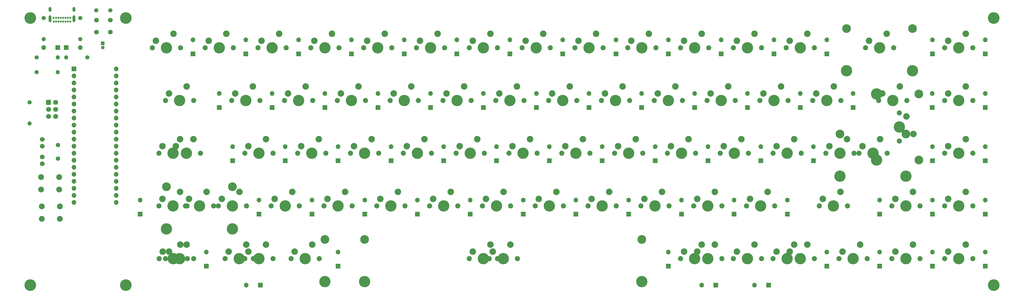
<source format=gbs>
%TF.GenerationSoftware,KiCad,Pcbnew,(5.1.8-0-10_14)*%
%TF.CreationDate,2020-12-18T20:02:30+00:00*%
%TF.ProjectId,Draytronics Jade,44726179-7472-46f6-9e69-6373204a6164,rev?*%
%TF.SameCoordinates,Original*%
%TF.FileFunction,Soldermask,Bot*%
%TF.FilePolarity,Negative*%
%FSLAX46Y46*%
G04 Gerber Fmt 4.6, Leading zero omitted, Abs format (unit mm)*
G04 Created by KiCad (PCBNEW (5.1.8-0-10_14)) date 2020-12-18 20:02:30*
%MOMM*%
%LPD*%
G01*
G04 APERTURE LIST*
%ADD10C,4.200000*%
%ADD11C,2.350000*%
%ADD12C,4.087800*%
%ADD13C,1.850000*%
%ADD14C,3.148000*%
%ADD15C,1.600000*%
%ADD16C,0.750000*%
%ADD17O,1.000000X2.500000*%
%ADD18O,1.000000X1.800000*%
%ADD19O,1.700000X1.700000*%
%ADD20C,2.100000*%
%ADD21O,1.500000X1.500000*%
%ADD22C,1.500000*%
%ADD23C,1.800000*%
%ADD24C,1.700000*%
%ADD25C,1.300000*%
G04 APERTURE END LIST*
D10*
%TO.C,*%
X378000000Y-121920000D03*
%TD*%
%TO.C,*%
X378000000Y-25400000D03*
%TD*%
%TO.C,*%
X65000000Y-121920000D03*
%TD*%
%TO.C,*%
X65000000Y-25400000D03*
%TD*%
%TO.C,*%
X30480000Y-121920000D03*
%TD*%
%TO.C,*%
X30480000Y-25400000D03*
%TD*%
D11*
%TO.C,MX68*%
X339344000Y-31115000D03*
D12*
X336804000Y-36195000D03*
D11*
X332994000Y-33655000D03*
D13*
X331724000Y-36195000D03*
X341884000Y-36195000D03*
D14*
X324897750Y-29210000D03*
X348710250Y-29210000D03*
D12*
X324897750Y-44450000D03*
X348710250Y-44450000D03*
%TD*%
D11*
%TO.C,MX13*%
X108394500Y-107315000D03*
D12*
X105854500Y-112395000D03*
D11*
X102044500Y-109855000D03*
D13*
X100774500Y-112395000D03*
X110934500Y-112395000D03*
%TD*%
D15*
%TO.C,Y1*%
X40513000Y-71320000D03*
X40513000Y-76200000D03*
%TD*%
D16*
%TO.C,USB1*%
X43185000Y-26674000D03*
X44885000Y-26674000D03*
X44035000Y-26674000D03*
X42335000Y-26674000D03*
X41485000Y-26674000D03*
X40635000Y-26674000D03*
X39785000Y-26674000D03*
X38935000Y-26674000D03*
X44885000Y-25349000D03*
X44030000Y-25349000D03*
X43180000Y-25349000D03*
X42330000Y-25349000D03*
X41480000Y-25349000D03*
X40630000Y-25349000D03*
X39780000Y-25349000D03*
X38930000Y-25349000D03*
D17*
X46235000Y-25694000D03*
X37585000Y-25694000D03*
D18*
X46235000Y-22314000D03*
X37585000Y-22314000D03*
%TD*%
D19*
%TO.C,U1*%
X61468000Y-43815000D03*
X46228000Y-92075000D03*
X61468000Y-46355000D03*
X46228000Y-89535000D03*
X61468000Y-48895000D03*
X46228000Y-86995000D03*
X61468000Y-51435000D03*
X46228000Y-84455000D03*
X61468000Y-53975000D03*
X46228000Y-81915000D03*
X61468000Y-56515000D03*
X46228000Y-79375000D03*
X61468000Y-59055000D03*
X46228000Y-76835000D03*
X61468000Y-61595000D03*
X46228000Y-74295000D03*
X61468000Y-64135000D03*
X46228000Y-71755000D03*
X61468000Y-66675000D03*
X46228000Y-69215000D03*
X61468000Y-69215000D03*
X46228000Y-66675000D03*
X61468000Y-71755000D03*
X46228000Y-64135000D03*
X61468000Y-74295000D03*
X46228000Y-61595000D03*
X61468000Y-76835000D03*
X46228000Y-59055000D03*
X61468000Y-79375000D03*
X46228000Y-56515000D03*
X61468000Y-81915000D03*
X46228000Y-53975000D03*
X61468000Y-84455000D03*
X46228000Y-51435000D03*
X61468000Y-86995000D03*
X46228000Y-48895000D03*
X61468000Y-89535000D03*
X46228000Y-46355000D03*
X61468000Y-92075000D03*
G36*
G01*
X45378000Y-44615000D02*
X45378000Y-43015000D01*
G75*
G02*
X45428000Y-42965000I50000J0D01*
G01*
X47028000Y-42965000D01*
G75*
G02*
X47078000Y-43015000I0J-50000D01*
G01*
X47078000Y-44615000D01*
G75*
G02*
X47028000Y-44665000I-50000J0D01*
G01*
X45428000Y-44665000D01*
G75*
G02*
X45378000Y-44615000I0J50000D01*
G01*
G37*
%TD*%
D20*
%TO.C,Reset1*%
X34394000Y-87376000D03*
X34394000Y-82876000D03*
X40894000Y-87376000D03*
X40894000Y-82876000D03*
%TD*%
D21*
%TO.C,R6*%
X40386000Y-44958000D03*
D22*
X32766000Y-44958000D03*
%TD*%
D21*
%TO.C,R5*%
X43434000Y-39624000D03*
D22*
X51054000Y-39624000D03*
%TD*%
D21*
%TO.C,R4*%
X40386000Y-39624000D03*
D22*
X32766000Y-39624000D03*
%TD*%
%TO.C,R3*%
X35306000Y-25400000D03*
D21*
X35306000Y-33020000D03*
%TD*%
%TO.C,R2*%
X48514000Y-33020000D03*
D22*
X48514000Y-25400000D03*
%TD*%
D21*
%TO.C,R1*%
X30226000Y-63500000D03*
D22*
X30226000Y-55880000D03*
%TD*%
D12*
%TO.C,MX78*%
X335691500Y-52832000D03*
X335691500Y-76708000D03*
D14*
X350931500Y-52832000D03*
X350931500Y-76708000D03*
D13*
X343946500Y-69850000D03*
X343946500Y-59690000D03*
D11*
X346486500Y-60960000D03*
D12*
X343946500Y-64770000D03*
D11*
X349026500Y-67310000D03*
%TD*%
%TO.C,MX77*%
X367919000Y-107315000D03*
D12*
X365379000Y-112395000D03*
D11*
X361569000Y-109855000D03*
D13*
X360299000Y-112395000D03*
X370459000Y-112395000D03*
%TD*%
D11*
%TO.C,MX76*%
X367919000Y-88265000D03*
D12*
X365379000Y-93345000D03*
D11*
X361569000Y-90805000D03*
D13*
X360299000Y-93345000D03*
X370459000Y-93345000D03*
%TD*%
D11*
%TO.C,MX75*%
X367919000Y-69215000D03*
D12*
X365379000Y-74295000D03*
D11*
X361569000Y-71755000D03*
D13*
X360299000Y-74295000D03*
X370459000Y-74295000D03*
%TD*%
D11*
%TO.C,MX74*%
X367919000Y-50165000D03*
D12*
X365379000Y-55245000D03*
D11*
X361569000Y-52705000D03*
D13*
X360299000Y-55245000D03*
X370459000Y-55245000D03*
%TD*%
D11*
%TO.C,MX73*%
X367919000Y-31115000D03*
D12*
X365379000Y-36195000D03*
D11*
X361569000Y-33655000D03*
D13*
X360299000Y-36195000D03*
X370459000Y-36195000D03*
%TD*%
D11*
%TO.C,MX72*%
X348869000Y-107315000D03*
D12*
X346329000Y-112395000D03*
D11*
X342519000Y-109855000D03*
D13*
X341249000Y-112395000D03*
X351409000Y-112395000D03*
%TD*%
D11*
%TO.C,MX71*%
X348869000Y-88265000D03*
D12*
X346329000Y-93345000D03*
D11*
X342519000Y-90805000D03*
D13*
X341249000Y-93345000D03*
X351409000Y-93345000D03*
%TD*%
D11*
%TO.C,MX70*%
X325056500Y-69215000D03*
D12*
X322516500Y-74295000D03*
D11*
X318706500Y-71755000D03*
D13*
X317436500Y-74295000D03*
X327596500Y-74295000D03*
%TD*%
D11*
%TO.C,MX69*%
X344106500Y-50165000D03*
D12*
X341566500Y-55245000D03*
D11*
X337756500Y-52705000D03*
D13*
X336486500Y-55245000D03*
X346646500Y-55245000D03*
%TD*%
D11*
%TO.C,MX67*%
X329819000Y-107315000D03*
D12*
X327279000Y-112395000D03*
D11*
X323469000Y-109855000D03*
D13*
X322199000Y-112395000D03*
X332359000Y-112395000D03*
%TD*%
D11*
%TO.C,MX66*%
X322675300Y-88265000D03*
D12*
X320135300Y-93345000D03*
D11*
X316325300Y-90805000D03*
D13*
X315055300Y-93345000D03*
X325215300Y-93345000D03*
%TD*%
D11*
%TO.C,MX65*%
X336964000Y-69215000D03*
D12*
X334424000Y-74295000D03*
D11*
X330614000Y-71755000D03*
D13*
X329344000Y-74295000D03*
X339504000Y-74295000D03*
D14*
X322517750Y-67310000D03*
X346330250Y-67310000D03*
D12*
X322517750Y-82550000D03*
X346330250Y-82550000D03*
%TD*%
D11*
%TO.C,MX64*%
X320294000Y-50165000D03*
D12*
X317754000Y-55245000D03*
D11*
X313944000Y-52705000D03*
D13*
X312674000Y-55245000D03*
X322834000Y-55245000D03*
%TD*%
D11*
%TO.C,MX63*%
X310769000Y-31115000D03*
D12*
X308229000Y-36195000D03*
D11*
X304419000Y-33655000D03*
D13*
X303149000Y-36195000D03*
X313309000Y-36195000D03*
%TD*%
D11*
%TO.C,MX62*%
X310769000Y-107315000D03*
D12*
X308229000Y-112395000D03*
D11*
X304419000Y-109855000D03*
D13*
X303149000Y-112395000D03*
X313309000Y-112395000D03*
%TD*%
D11*
%TO.C,MX61*%
X296481500Y-88265000D03*
D12*
X293941500Y-93345000D03*
D11*
X290131500Y-90805000D03*
D13*
X288861500Y-93345000D03*
X299021500Y-93345000D03*
%TD*%
D11*
%TO.C,MX60*%
X306006500Y-69215000D03*
D12*
X303466500Y-74295000D03*
D11*
X299656500Y-71755000D03*
D13*
X298386500Y-74295000D03*
X308546500Y-74295000D03*
%TD*%
D11*
%TO.C,MX59*%
X301244000Y-50165000D03*
D12*
X298704000Y-55245000D03*
D11*
X294894000Y-52705000D03*
D13*
X293624000Y-55245000D03*
X303784000Y-55245000D03*
%TD*%
D11*
%TO.C,MX58*%
X291719000Y-31115000D03*
D12*
X289179000Y-36195000D03*
D11*
X285369000Y-33655000D03*
D13*
X284099000Y-36195000D03*
X294259000Y-36195000D03*
%TD*%
D11*
%TO.C,MX57*%
X306006500Y-107315000D03*
D12*
X303466500Y-112395000D03*
D11*
X299656500Y-109855000D03*
D13*
X298386500Y-112395000D03*
X308546500Y-112395000D03*
%TD*%
D11*
%TO.C,MX56*%
X291719000Y-107315000D03*
D12*
X289179000Y-112395000D03*
D11*
X285369000Y-109855000D03*
D13*
X284099000Y-112395000D03*
X294259000Y-112395000D03*
%TD*%
D11*
%TO.C,MX55*%
X277431500Y-88265000D03*
D12*
X274891500Y-93345000D03*
D11*
X271081500Y-90805000D03*
D13*
X269811500Y-93345000D03*
X279971500Y-93345000D03*
%TD*%
D11*
%TO.C,MX54*%
X286956500Y-69215000D03*
D12*
X284416500Y-74295000D03*
D11*
X280606500Y-71755000D03*
D13*
X279336500Y-74295000D03*
X289496500Y-74295000D03*
%TD*%
D11*
%TO.C,MX53*%
X282194000Y-50165000D03*
D12*
X279654000Y-55245000D03*
D11*
X275844000Y-52705000D03*
D13*
X274574000Y-55245000D03*
X284734000Y-55245000D03*
%TD*%
D11*
%TO.C,MX52*%
X272669000Y-31115000D03*
D12*
X270129000Y-36195000D03*
D11*
X266319000Y-33655000D03*
D13*
X265049000Y-36195000D03*
X275209000Y-36195000D03*
%TD*%
D11*
%TO.C,MX51*%
X277431500Y-107315000D03*
D12*
X274891500Y-112395000D03*
D11*
X271081500Y-109855000D03*
D13*
X269811500Y-112395000D03*
X279971500Y-112395000D03*
%TD*%
D11*
%TO.C,MX50*%
X272669000Y-107315000D03*
D12*
X270129000Y-112395000D03*
D11*
X266319000Y-109855000D03*
D13*
X265049000Y-112395000D03*
X275209000Y-112395000D03*
%TD*%
D11*
%TO.C,MX49*%
X258381500Y-88265000D03*
D12*
X255841500Y-93345000D03*
D11*
X252031500Y-90805000D03*
D13*
X250761500Y-93345000D03*
X260921500Y-93345000D03*
%TD*%
D11*
%TO.C,MX48*%
X267906500Y-69215000D03*
D12*
X265366500Y-74295000D03*
D11*
X261556500Y-71755000D03*
D13*
X260286500Y-74295000D03*
X270446500Y-74295000D03*
%TD*%
D11*
%TO.C,MX47*%
X263144000Y-50165000D03*
D12*
X260604000Y-55245000D03*
D11*
X256794000Y-52705000D03*
D13*
X255524000Y-55245000D03*
X265684000Y-55245000D03*
%TD*%
D11*
%TO.C,MX46*%
X253619000Y-31115000D03*
D12*
X251079000Y-36195000D03*
D11*
X247269000Y-33655000D03*
D13*
X245999000Y-36195000D03*
X256159000Y-36195000D03*
%TD*%
D11*
%TO.C,MX45*%
X239331500Y-88265000D03*
D12*
X236791500Y-93345000D03*
D11*
X232981500Y-90805000D03*
D13*
X231711500Y-93345000D03*
X241871500Y-93345000D03*
%TD*%
D11*
%TO.C,MX44*%
X248856500Y-69215000D03*
D12*
X246316500Y-74295000D03*
D11*
X242506500Y-71755000D03*
D13*
X241236500Y-74295000D03*
X251396500Y-74295000D03*
%TD*%
D11*
%TO.C,MX43*%
X244094000Y-50165000D03*
D12*
X241554000Y-55245000D03*
D11*
X237744000Y-52705000D03*
D13*
X236474000Y-55245000D03*
X246634000Y-55245000D03*
%TD*%
D11*
%TO.C,MX42*%
X234569000Y-31115000D03*
D12*
X232029000Y-36195000D03*
D11*
X228219000Y-33655000D03*
D13*
X226949000Y-36195000D03*
X237109000Y-36195000D03*
%TD*%
D11*
%TO.C,MX41*%
X220281500Y-88265000D03*
D12*
X217741500Y-93345000D03*
D11*
X213931500Y-90805000D03*
D13*
X212661500Y-93345000D03*
X222821500Y-93345000D03*
%TD*%
D11*
%TO.C,MX40*%
X229806500Y-69215000D03*
D12*
X227266500Y-74295000D03*
D11*
X223456500Y-71755000D03*
D13*
X222186500Y-74295000D03*
X232346500Y-74295000D03*
%TD*%
D11*
%TO.C,MX39*%
X225044000Y-50165000D03*
D12*
X222504000Y-55245000D03*
D11*
X218694000Y-52705000D03*
D13*
X217424000Y-55245000D03*
X227584000Y-55245000D03*
%TD*%
D11*
%TO.C,MX38*%
X215519000Y-31115000D03*
D12*
X212979000Y-36195000D03*
D11*
X209169000Y-33655000D03*
D13*
X207899000Y-36195000D03*
X218059000Y-36195000D03*
%TD*%
D11*
%TO.C,MX37*%
X201231500Y-88265000D03*
D12*
X198691500Y-93345000D03*
D11*
X194881500Y-90805000D03*
D13*
X193611500Y-93345000D03*
X203771500Y-93345000D03*
%TD*%
D11*
%TO.C,MX36*%
X210756500Y-69215000D03*
D12*
X208216500Y-74295000D03*
D11*
X204406500Y-71755000D03*
D13*
X203136500Y-74295000D03*
X213296500Y-74295000D03*
%TD*%
D11*
%TO.C,MX35*%
X205994000Y-50165000D03*
D12*
X203454000Y-55245000D03*
D11*
X199644000Y-52705000D03*
D13*
X198374000Y-55245000D03*
X208534000Y-55245000D03*
%TD*%
D11*
%TO.C,MX34*%
X196469000Y-31115000D03*
D12*
X193929000Y-36195000D03*
D11*
X190119000Y-33655000D03*
D13*
X188849000Y-36195000D03*
X199009000Y-36195000D03*
%TD*%
D11*
%TO.C,MX33*%
X196469000Y-107315000D03*
D12*
X193929000Y-112395000D03*
D11*
X190119000Y-109855000D03*
D13*
X188849000Y-112395000D03*
X199009000Y-112395000D03*
D14*
X136779000Y-105410000D03*
X251079000Y-105410000D03*
D12*
X136779000Y-120650000D03*
X251079000Y-120650000D03*
%TD*%
D11*
%TO.C,MX32*%
X203644500Y-107315000D03*
D12*
X201104500Y-112395000D03*
D11*
X197294500Y-109855000D03*
D13*
X196024500Y-112395000D03*
X206184500Y-112395000D03*
D14*
X151104600Y-105410000D03*
X251104400Y-105410000D03*
D12*
X151104600Y-120650000D03*
X251104400Y-120650000D03*
%TD*%
D11*
%TO.C,MX31*%
X182181500Y-88265000D03*
D12*
X179641500Y-93345000D03*
D11*
X175831500Y-90805000D03*
D13*
X174561500Y-93345000D03*
X184721500Y-93345000D03*
%TD*%
D11*
%TO.C,MX30*%
X191706500Y-69215000D03*
D12*
X189166500Y-74295000D03*
D11*
X185356500Y-71755000D03*
D13*
X184086500Y-74295000D03*
X194246500Y-74295000D03*
%TD*%
D11*
%TO.C,MX29*%
X186944000Y-50165000D03*
D12*
X184404000Y-55245000D03*
D11*
X180594000Y-52705000D03*
D13*
X179324000Y-55245000D03*
X189484000Y-55245000D03*
%TD*%
D11*
%TO.C,MX28*%
X177419000Y-31115000D03*
D12*
X174879000Y-36195000D03*
D11*
X171069000Y-33655000D03*
D13*
X169799000Y-36195000D03*
X179959000Y-36195000D03*
%TD*%
D11*
%TO.C,MX27*%
X163131500Y-88265000D03*
D12*
X160591500Y-93345000D03*
D11*
X156781500Y-90805000D03*
D13*
X155511500Y-93345000D03*
X165671500Y-93345000D03*
%TD*%
D11*
%TO.C,MX26*%
X172656500Y-69215000D03*
D12*
X170116500Y-74295000D03*
D11*
X166306500Y-71755000D03*
D13*
X165036500Y-74295000D03*
X175196500Y-74295000D03*
%TD*%
D11*
%TO.C,MX25*%
X167894000Y-50165000D03*
D12*
X165354000Y-55245000D03*
D11*
X161544000Y-52705000D03*
D13*
X160274000Y-55245000D03*
X170434000Y-55245000D03*
%TD*%
D11*
%TO.C,MX24*%
X158369000Y-31115000D03*
D12*
X155829000Y-36195000D03*
D11*
X152019000Y-33655000D03*
D13*
X150749000Y-36195000D03*
X160909000Y-36195000D03*
%TD*%
D11*
%TO.C,MX23*%
X144081500Y-88265000D03*
D12*
X141541500Y-93345000D03*
D11*
X137731500Y-90805000D03*
D13*
X136461500Y-93345000D03*
X146621500Y-93345000D03*
%TD*%
D11*
%TO.C,MX22*%
X153606500Y-69215000D03*
D12*
X151066500Y-74295000D03*
D11*
X147256500Y-71755000D03*
D13*
X145986500Y-74295000D03*
X156146500Y-74295000D03*
%TD*%
D11*
%TO.C,MX21*%
X148844000Y-50165000D03*
D12*
X146304000Y-55245000D03*
D11*
X142494000Y-52705000D03*
D13*
X141224000Y-55245000D03*
X151384000Y-55245000D03*
%TD*%
D11*
%TO.C,MX20*%
X139319000Y-31115000D03*
D12*
X136779000Y-36195000D03*
D11*
X132969000Y-33655000D03*
D13*
X131699000Y-36195000D03*
X141859000Y-36195000D03*
%TD*%
D11*
%TO.C,MX19*%
X115506500Y-107315000D03*
D12*
X112966500Y-112395000D03*
D11*
X109156500Y-109855000D03*
D13*
X107886500Y-112395000D03*
X118046500Y-112395000D03*
%TD*%
D11*
%TO.C,MX18*%
X132207000Y-107315000D03*
D12*
X129667000Y-112395000D03*
D11*
X125857000Y-109855000D03*
D13*
X124587000Y-112395000D03*
X134747000Y-112395000D03*
%TD*%
D11*
%TO.C,MX17*%
X125031500Y-88265000D03*
D12*
X122491500Y-93345000D03*
D11*
X118681500Y-90805000D03*
D13*
X117411500Y-93345000D03*
X127571500Y-93345000D03*
%TD*%
D11*
%TO.C,MX16*%
X134556500Y-69215000D03*
D12*
X132016500Y-74295000D03*
D11*
X128206500Y-71755000D03*
D13*
X126936500Y-74295000D03*
X137096500Y-74295000D03*
%TD*%
D11*
%TO.C,MX15*%
X129794000Y-50165000D03*
D12*
X127254000Y-55245000D03*
D11*
X123444000Y-52705000D03*
D13*
X122174000Y-55245000D03*
X132334000Y-55245000D03*
%TD*%
D11*
%TO.C,MX14*%
X120269000Y-31115000D03*
D12*
X117729000Y-36195000D03*
D11*
X113919000Y-33655000D03*
D13*
X112649000Y-36195000D03*
X122809000Y-36195000D03*
%TD*%
D11*
%TO.C,MX12*%
X105981500Y-88265000D03*
D12*
X103441500Y-93345000D03*
D11*
X99631500Y-90805000D03*
D13*
X98361500Y-93345000D03*
X108521500Y-93345000D03*
%TD*%
D11*
%TO.C,MX11*%
X115506500Y-69215000D03*
D12*
X112966500Y-74295000D03*
D11*
X109156500Y-71755000D03*
D13*
X107886500Y-74295000D03*
X118046500Y-74295000D03*
%TD*%
D11*
%TO.C,MX10*%
X110744000Y-50165000D03*
D12*
X108204000Y-55245000D03*
D11*
X104394000Y-52705000D03*
D13*
X103124000Y-55245000D03*
X113284000Y-55245000D03*
%TD*%
D11*
%TO.C,MX9*%
X101219000Y-31115000D03*
D12*
X98679000Y-36195000D03*
D11*
X94869000Y-33655000D03*
D13*
X93599000Y-36195000D03*
X103759000Y-36195000D03*
%TD*%
D11*
%TO.C,MX8*%
X86931500Y-107315000D03*
D12*
X84391500Y-112395000D03*
D11*
X80581500Y-109855000D03*
D13*
X79311500Y-112395000D03*
X89471500Y-112395000D03*
%TD*%
D11*
%TO.C,MX7*%
X84582000Y-107315000D03*
D12*
X82042000Y-112395000D03*
D11*
X78232000Y-109855000D03*
D13*
X76962000Y-112395000D03*
X87122000Y-112395000D03*
%TD*%
D11*
%TO.C,MX6*%
X94075300Y-88265000D03*
D12*
X91535300Y-93345000D03*
D11*
X87725300Y-90805000D03*
D13*
X86455300Y-93345000D03*
X96615300Y-93345000D03*
D14*
X79629050Y-86360000D03*
X103441550Y-86360000D03*
D12*
X79629050Y-101600000D03*
X103441550Y-101600000D03*
%TD*%
D11*
%TO.C,MX5*%
X89313800Y-69215000D03*
D12*
X86773800Y-74295000D03*
D11*
X82963800Y-71755000D03*
D13*
X81693800Y-74295000D03*
X91853800Y-74295000D03*
%TD*%
D11*
%TO.C,MX4*%
X86931500Y-50165000D03*
D12*
X84391500Y-55245000D03*
D11*
X80581500Y-52705000D03*
D13*
X79311500Y-55245000D03*
X89471500Y-55245000D03*
%TD*%
D11*
%TO.C,MX3*%
X82169000Y-31115000D03*
D12*
X79629000Y-36195000D03*
D11*
X75819000Y-33655000D03*
D13*
X74549000Y-36195000D03*
X84709000Y-36195000D03*
%TD*%
D11*
%TO.C,MX2*%
X84550300Y-88265000D03*
D12*
X82010300Y-93345000D03*
D11*
X78200300Y-90805000D03*
D13*
X76930300Y-93345000D03*
X87090300Y-93345000D03*
%TD*%
D11*
%TO.C,MX1*%
X84551000Y-69215000D03*
D12*
X82011000Y-74295000D03*
D11*
X78201000Y-71755000D03*
D13*
X76931000Y-74295000D03*
X87091000Y-74295000D03*
%TD*%
D23*
%TO.C,J1-ISP1*%
X39624000Y-60960000D03*
X39624000Y-58420000D03*
X39624000Y-55880000D03*
X37084000Y-60960000D03*
X37084000Y-58420000D03*
G36*
G01*
X36184000Y-56515295D02*
X36184000Y-55244705D01*
G75*
G02*
X36448705Y-54980000I264705J0D01*
G01*
X37719295Y-54980000D01*
G75*
G02*
X37984000Y-55244705I0J-264705D01*
G01*
X37984000Y-56515295D01*
G75*
G02*
X37719295Y-56780000I-264705J0D01*
G01*
X36448705Y-56780000D01*
G75*
G02*
X36184000Y-56515295I0J264705D01*
G01*
G37*
%TD*%
D22*
%TO.C,F1*%
X59382500Y-22606000D03*
X54282500Y-22606000D03*
%TD*%
D19*
%TO.C,D71*%
X374967500Y-109982000D03*
G36*
G01*
X375767500Y-115912000D02*
X374167500Y-115912000D01*
G75*
G02*
X374117500Y-115862000I0J50000D01*
G01*
X374117500Y-114262000D01*
G75*
G02*
X374167500Y-114212000I50000J0D01*
G01*
X375767500Y-114212000D01*
G75*
G02*
X375817500Y-114262000I0J-50000D01*
G01*
X375817500Y-115862000D01*
G75*
G02*
X375767500Y-115912000I-50000J0D01*
G01*
G37*
%TD*%
%TO.C,D70*%
X374904000Y-91186000D03*
G36*
G01*
X375704000Y-97116000D02*
X374104000Y-97116000D01*
G75*
G02*
X374054000Y-97066000I0J50000D01*
G01*
X374054000Y-95466000D01*
G75*
G02*
X374104000Y-95416000I50000J0D01*
G01*
X375704000Y-95416000D01*
G75*
G02*
X375754000Y-95466000I0J-50000D01*
G01*
X375754000Y-97066000D01*
G75*
G02*
X375704000Y-97116000I-50000J0D01*
G01*
G37*
%TD*%
%TO.C,D69*%
X374967500Y-71882000D03*
G36*
G01*
X375767500Y-77812000D02*
X374167500Y-77812000D01*
G75*
G02*
X374117500Y-77762000I0J50000D01*
G01*
X374117500Y-76162000D01*
G75*
G02*
X374167500Y-76112000I50000J0D01*
G01*
X375767500Y-76112000D01*
G75*
G02*
X375817500Y-76162000I0J-50000D01*
G01*
X375817500Y-77762000D01*
G75*
G02*
X375767500Y-77812000I-50000J0D01*
G01*
G37*
%TD*%
%TO.C,D68*%
X374904000Y-52641500D03*
G36*
G01*
X375704000Y-58571500D02*
X374104000Y-58571500D01*
G75*
G02*
X374054000Y-58521500I0J50000D01*
G01*
X374054000Y-56921500D01*
G75*
G02*
X374104000Y-56871500I50000J0D01*
G01*
X375704000Y-56871500D01*
G75*
G02*
X375754000Y-56921500I0J-50000D01*
G01*
X375754000Y-58521500D01*
G75*
G02*
X375704000Y-58571500I-50000J0D01*
G01*
G37*
%TD*%
%TO.C,D67*%
X374904000Y-33274000D03*
G36*
G01*
X375704000Y-39204000D02*
X374104000Y-39204000D01*
G75*
G02*
X374054000Y-39154000I0J50000D01*
G01*
X374054000Y-37554000D01*
G75*
G02*
X374104000Y-37504000I50000J0D01*
G01*
X375704000Y-37504000D01*
G75*
G02*
X375754000Y-37554000I0J-50000D01*
G01*
X375754000Y-39154000D01*
G75*
G02*
X375704000Y-39204000I-50000J0D01*
G01*
G37*
%TD*%
%TO.C,D66*%
X355917500Y-109982000D03*
G36*
G01*
X356717500Y-115912000D02*
X355117500Y-115912000D01*
G75*
G02*
X355067500Y-115862000I0J50000D01*
G01*
X355067500Y-114262000D01*
G75*
G02*
X355117500Y-114212000I50000J0D01*
G01*
X356717500Y-114212000D01*
G75*
G02*
X356767500Y-114262000I0J-50000D01*
G01*
X356767500Y-115862000D01*
G75*
G02*
X356717500Y-115912000I-50000J0D01*
G01*
G37*
%TD*%
%TO.C,D65*%
X355854000Y-91186000D03*
G36*
G01*
X356654000Y-97116000D02*
X355054000Y-97116000D01*
G75*
G02*
X355004000Y-97066000I0J50000D01*
G01*
X355004000Y-95466000D01*
G75*
G02*
X355054000Y-95416000I50000J0D01*
G01*
X356654000Y-95416000D01*
G75*
G02*
X356704000Y-95466000I0J-50000D01*
G01*
X356704000Y-97066000D01*
G75*
G02*
X356654000Y-97116000I-50000J0D01*
G01*
G37*
%TD*%
%TO.C,D64*%
X355854000Y-71882000D03*
G36*
G01*
X356654000Y-77812000D02*
X355054000Y-77812000D01*
G75*
G02*
X355004000Y-77762000I0J50000D01*
G01*
X355004000Y-76162000D01*
G75*
G02*
X355054000Y-76112000I50000J0D01*
G01*
X356654000Y-76112000D01*
G75*
G02*
X356704000Y-76162000I0J-50000D01*
G01*
X356704000Y-77762000D01*
G75*
G02*
X356654000Y-77812000I-50000J0D01*
G01*
G37*
%TD*%
%TO.C,D63*%
X355790500Y-52641500D03*
G36*
G01*
X356590500Y-58571500D02*
X354990500Y-58571500D01*
G75*
G02*
X354940500Y-58521500I0J50000D01*
G01*
X354940500Y-56921500D01*
G75*
G02*
X354990500Y-56871500I50000J0D01*
G01*
X356590500Y-56871500D01*
G75*
G02*
X356640500Y-56921500I0J-50000D01*
G01*
X356640500Y-58521500D01*
G75*
G02*
X356590500Y-58571500I-50000J0D01*
G01*
G37*
%TD*%
%TO.C,D62*%
X355854000Y-33274000D03*
G36*
G01*
X356654000Y-39204000D02*
X355054000Y-39204000D01*
G75*
G02*
X355004000Y-39154000I0J50000D01*
G01*
X355004000Y-37554000D01*
G75*
G02*
X355054000Y-37504000I50000J0D01*
G01*
X356654000Y-37504000D01*
G75*
G02*
X356704000Y-37554000I0J-50000D01*
G01*
X356704000Y-39154000D01*
G75*
G02*
X356654000Y-39204000I-50000J0D01*
G01*
G37*
%TD*%
%TO.C,D61*%
X336804000Y-109982000D03*
G36*
G01*
X337604000Y-115912000D02*
X336004000Y-115912000D01*
G75*
G02*
X335954000Y-115862000I0J50000D01*
G01*
X335954000Y-114262000D01*
G75*
G02*
X336004000Y-114212000I50000J0D01*
G01*
X337604000Y-114212000D01*
G75*
G02*
X337654000Y-114262000I0J-50000D01*
G01*
X337654000Y-115862000D01*
G75*
G02*
X337604000Y-115912000I-50000J0D01*
G01*
G37*
%TD*%
%TO.C,D60*%
X336867500Y-91186000D03*
G36*
G01*
X337667500Y-97116000D02*
X336067500Y-97116000D01*
G75*
G02*
X336017500Y-97066000I0J50000D01*
G01*
X336017500Y-95466000D01*
G75*
G02*
X336067500Y-95416000I50000J0D01*
G01*
X337667500Y-95416000D01*
G75*
G02*
X337717500Y-95466000I0J-50000D01*
G01*
X337717500Y-97066000D01*
G75*
G02*
X337667500Y-97116000I-50000J0D01*
G01*
G37*
%TD*%
%TO.C,D59*%
X327279000Y-52641500D03*
G36*
G01*
X328079000Y-58571500D02*
X326479000Y-58571500D01*
G75*
G02*
X326429000Y-58521500I0J50000D01*
G01*
X326429000Y-56921500D01*
G75*
G02*
X326479000Y-56871500I50000J0D01*
G01*
X328079000Y-56871500D01*
G75*
G02*
X328129000Y-56921500I0J-50000D01*
G01*
X328129000Y-58521500D01*
G75*
G02*
X328079000Y-58571500I-50000J0D01*
G01*
G37*
%TD*%
%TO.C,D58*%
X317754000Y-33274000D03*
G36*
G01*
X318554000Y-39204000D02*
X316954000Y-39204000D01*
G75*
G02*
X316904000Y-39154000I0J50000D01*
G01*
X316904000Y-37554000D01*
G75*
G02*
X316954000Y-37504000I50000J0D01*
G01*
X318554000Y-37504000D01*
G75*
G02*
X318604000Y-37554000I0J-50000D01*
G01*
X318604000Y-39154000D01*
G75*
G02*
X318554000Y-39204000I-50000J0D01*
G01*
G37*
%TD*%
%TO.C,D57*%
X317754000Y-109982000D03*
G36*
G01*
X318554000Y-115912000D02*
X316954000Y-115912000D01*
G75*
G02*
X316904000Y-115862000I0J50000D01*
G01*
X316904000Y-114262000D01*
G75*
G02*
X316954000Y-114212000I50000J0D01*
G01*
X318554000Y-114212000D01*
G75*
G02*
X318604000Y-114262000I0J-50000D01*
G01*
X318604000Y-115862000D01*
G75*
G02*
X318554000Y-115912000I-50000J0D01*
G01*
G37*
%TD*%
%TO.C,D56*%
X303593500Y-91186000D03*
G36*
G01*
X304393500Y-97116000D02*
X302793500Y-97116000D01*
G75*
G02*
X302743500Y-97066000I0J50000D01*
G01*
X302743500Y-95466000D01*
G75*
G02*
X302793500Y-95416000I50000J0D01*
G01*
X304393500Y-95416000D01*
G75*
G02*
X304443500Y-95466000I0J-50000D01*
G01*
X304443500Y-97066000D01*
G75*
G02*
X304393500Y-97116000I-50000J0D01*
G01*
G37*
%TD*%
%TO.C,D55*%
X312991500Y-71882000D03*
G36*
G01*
X313791500Y-77812000D02*
X312191500Y-77812000D01*
G75*
G02*
X312141500Y-77762000I0J50000D01*
G01*
X312141500Y-76162000D01*
G75*
G02*
X312191500Y-76112000I50000J0D01*
G01*
X313791500Y-76112000D01*
G75*
G02*
X313841500Y-76162000I0J-50000D01*
G01*
X313841500Y-77762000D01*
G75*
G02*
X313791500Y-77812000I-50000J0D01*
G01*
G37*
%TD*%
%TO.C,D54*%
X308229000Y-52641500D03*
G36*
G01*
X309029000Y-58571500D02*
X307429000Y-58571500D01*
G75*
G02*
X307379000Y-58521500I0J50000D01*
G01*
X307379000Y-56921500D01*
G75*
G02*
X307429000Y-56871500I50000J0D01*
G01*
X309029000Y-56871500D01*
G75*
G02*
X309079000Y-56921500I0J-50000D01*
G01*
X309079000Y-58521500D01*
G75*
G02*
X309029000Y-58571500I-50000J0D01*
G01*
G37*
%TD*%
%TO.C,D53*%
X298704000Y-33274000D03*
G36*
G01*
X299504000Y-39204000D02*
X297904000Y-39204000D01*
G75*
G02*
X297854000Y-39154000I0J50000D01*
G01*
X297854000Y-37554000D01*
G75*
G02*
X297904000Y-37504000I50000J0D01*
G01*
X299504000Y-37504000D01*
G75*
G02*
X299554000Y-37554000I0J-50000D01*
G01*
X299554000Y-39154000D01*
G75*
G02*
X299504000Y-39204000I-50000J0D01*
G01*
G37*
%TD*%
%TO.C,D52*%
X291719000Y-121920000D03*
G36*
G01*
X297649000Y-121120000D02*
X297649000Y-122720000D01*
G75*
G02*
X297599000Y-122770000I-50000J0D01*
G01*
X295999000Y-122770000D01*
G75*
G02*
X295949000Y-122720000I0J50000D01*
G01*
X295949000Y-121120000D01*
G75*
G02*
X295999000Y-121070000I50000J0D01*
G01*
X297599000Y-121070000D01*
G75*
G02*
X297649000Y-121120000I0J-50000D01*
G01*
G37*
%TD*%
%TO.C,D51*%
X284353000Y-91186000D03*
G36*
G01*
X285153000Y-97116000D02*
X283553000Y-97116000D01*
G75*
G02*
X283503000Y-97066000I0J50000D01*
G01*
X283503000Y-95466000D01*
G75*
G02*
X283553000Y-95416000I50000J0D01*
G01*
X285153000Y-95416000D01*
G75*
G02*
X285203000Y-95466000I0J-50000D01*
G01*
X285203000Y-97066000D01*
G75*
G02*
X285153000Y-97116000I-50000J0D01*
G01*
G37*
%TD*%
%TO.C,D50*%
X294005000Y-71882000D03*
G36*
G01*
X294805000Y-77812000D02*
X293205000Y-77812000D01*
G75*
G02*
X293155000Y-77762000I0J50000D01*
G01*
X293155000Y-76162000D01*
G75*
G02*
X293205000Y-76112000I50000J0D01*
G01*
X294805000Y-76112000D01*
G75*
G02*
X294855000Y-76162000I0J-50000D01*
G01*
X294855000Y-77762000D01*
G75*
G02*
X294805000Y-77812000I-50000J0D01*
G01*
G37*
%TD*%
%TO.C,D49*%
X289179000Y-52641500D03*
G36*
G01*
X289979000Y-58571500D02*
X288379000Y-58571500D01*
G75*
G02*
X288329000Y-58521500I0J50000D01*
G01*
X288329000Y-56921500D01*
G75*
G02*
X288379000Y-56871500I50000J0D01*
G01*
X289979000Y-56871500D01*
G75*
G02*
X290029000Y-56921500I0J-50000D01*
G01*
X290029000Y-58521500D01*
G75*
G02*
X289979000Y-58571500I-50000J0D01*
G01*
G37*
%TD*%
%TO.C,D48*%
X279654000Y-33274000D03*
G36*
G01*
X280454000Y-39204000D02*
X278854000Y-39204000D01*
G75*
G02*
X278804000Y-39154000I0J50000D01*
G01*
X278804000Y-37554000D01*
G75*
G02*
X278854000Y-37504000I50000J0D01*
G01*
X280454000Y-37504000D01*
G75*
G02*
X280504000Y-37554000I0J-50000D01*
G01*
X280504000Y-39154000D01*
G75*
G02*
X280454000Y-39204000I-50000J0D01*
G01*
G37*
%TD*%
%TO.C,D47*%
X272669000Y-121920000D03*
G36*
G01*
X278599000Y-121120000D02*
X278599000Y-122720000D01*
G75*
G02*
X278549000Y-122770000I-50000J0D01*
G01*
X276949000Y-122770000D01*
G75*
G02*
X276899000Y-122720000I0J50000D01*
G01*
X276899000Y-121120000D01*
G75*
G02*
X276949000Y-121070000I50000J0D01*
G01*
X278549000Y-121070000D01*
G75*
G02*
X278599000Y-121120000I0J-50000D01*
G01*
G37*
%TD*%
%TO.C,D46*%
X265366500Y-91186000D03*
G36*
G01*
X266166500Y-97116000D02*
X264566500Y-97116000D01*
G75*
G02*
X264516500Y-97066000I0J50000D01*
G01*
X264516500Y-95466000D01*
G75*
G02*
X264566500Y-95416000I50000J0D01*
G01*
X266166500Y-95416000D01*
G75*
G02*
X266216500Y-95466000I0J-50000D01*
G01*
X266216500Y-97066000D01*
G75*
G02*
X266166500Y-97116000I-50000J0D01*
G01*
G37*
%TD*%
%TO.C,D45*%
X274955000Y-71882000D03*
G36*
G01*
X275755000Y-77812000D02*
X274155000Y-77812000D01*
G75*
G02*
X274105000Y-77762000I0J50000D01*
G01*
X274105000Y-76162000D01*
G75*
G02*
X274155000Y-76112000I50000J0D01*
G01*
X275755000Y-76112000D01*
G75*
G02*
X275805000Y-76162000I0J-50000D01*
G01*
X275805000Y-77762000D01*
G75*
G02*
X275755000Y-77812000I-50000J0D01*
G01*
G37*
%TD*%
%TO.C,D44*%
X270129000Y-52641500D03*
G36*
G01*
X270929000Y-58571500D02*
X269329000Y-58571500D01*
G75*
G02*
X269279000Y-58521500I0J50000D01*
G01*
X269279000Y-56921500D01*
G75*
G02*
X269329000Y-56871500I50000J0D01*
G01*
X270929000Y-56871500D01*
G75*
G02*
X270979000Y-56921500I0J-50000D01*
G01*
X270979000Y-58521500D01*
G75*
G02*
X270929000Y-58571500I-50000J0D01*
G01*
G37*
%TD*%
%TO.C,D43*%
X260604000Y-33274000D03*
G36*
G01*
X261404000Y-39204000D02*
X259804000Y-39204000D01*
G75*
G02*
X259754000Y-39154000I0J50000D01*
G01*
X259754000Y-37554000D01*
G75*
G02*
X259804000Y-37504000I50000J0D01*
G01*
X261404000Y-37504000D01*
G75*
G02*
X261454000Y-37554000I0J-50000D01*
G01*
X261454000Y-39154000D01*
G75*
G02*
X261404000Y-39204000I-50000J0D01*
G01*
G37*
%TD*%
%TO.C,D42*%
X246316500Y-91186000D03*
G36*
G01*
X247116500Y-97116000D02*
X245516500Y-97116000D01*
G75*
G02*
X245466500Y-97066000I0J50000D01*
G01*
X245466500Y-95466000D01*
G75*
G02*
X245516500Y-95416000I50000J0D01*
G01*
X247116500Y-95416000D01*
G75*
G02*
X247166500Y-95466000I0J-50000D01*
G01*
X247166500Y-97066000D01*
G75*
G02*
X247116500Y-97116000I-50000J0D01*
G01*
G37*
%TD*%
%TO.C,D41*%
X255905000Y-71882000D03*
G36*
G01*
X256705000Y-77812000D02*
X255105000Y-77812000D01*
G75*
G02*
X255055000Y-77762000I0J50000D01*
G01*
X255055000Y-76162000D01*
G75*
G02*
X255105000Y-76112000I50000J0D01*
G01*
X256705000Y-76112000D01*
G75*
G02*
X256755000Y-76162000I0J-50000D01*
G01*
X256755000Y-77762000D01*
G75*
G02*
X256705000Y-77812000I-50000J0D01*
G01*
G37*
%TD*%
%TO.C,D40*%
X251015500Y-52641500D03*
G36*
G01*
X251815500Y-58571500D02*
X250215500Y-58571500D01*
G75*
G02*
X250165500Y-58521500I0J50000D01*
G01*
X250165500Y-56921500D01*
G75*
G02*
X250215500Y-56871500I50000J0D01*
G01*
X251815500Y-56871500D01*
G75*
G02*
X251865500Y-56921500I0J-50000D01*
G01*
X251865500Y-58521500D01*
G75*
G02*
X251815500Y-58571500I-50000J0D01*
G01*
G37*
%TD*%
%TO.C,D39*%
X241744500Y-33274000D03*
G36*
G01*
X242544500Y-39204000D02*
X240944500Y-39204000D01*
G75*
G02*
X240894500Y-39154000I0J50000D01*
G01*
X240894500Y-37554000D01*
G75*
G02*
X240944500Y-37504000I50000J0D01*
G01*
X242544500Y-37504000D01*
G75*
G02*
X242594500Y-37554000I0J-50000D01*
G01*
X242594500Y-39154000D01*
G75*
G02*
X242544500Y-39204000I-50000J0D01*
G01*
G37*
%TD*%
%TO.C,D38*%
X227266500Y-91186000D03*
G36*
G01*
X228066500Y-97116000D02*
X226466500Y-97116000D01*
G75*
G02*
X226416500Y-97066000I0J50000D01*
G01*
X226416500Y-95466000D01*
G75*
G02*
X226466500Y-95416000I50000J0D01*
G01*
X228066500Y-95416000D01*
G75*
G02*
X228116500Y-95466000I0J-50000D01*
G01*
X228116500Y-97066000D01*
G75*
G02*
X228066500Y-97116000I-50000J0D01*
G01*
G37*
%TD*%
%TO.C,D37*%
X236728000Y-71882000D03*
G36*
G01*
X237528000Y-77812000D02*
X235928000Y-77812000D01*
G75*
G02*
X235878000Y-77762000I0J50000D01*
G01*
X235878000Y-76162000D01*
G75*
G02*
X235928000Y-76112000I50000J0D01*
G01*
X237528000Y-76112000D01*
G75*
G02*
X237578000Y-76162000I0J-50000D01*
G01*
X237578000Y-77762000D01*
G75*
G02*
X237528000Y-77812000I-50000J0D01*
G01*
G37*
%TD*%
%TO.C,D36*%
X232029000Y-52641500D03*
G36*
G01*
X232829000Y-58571500D02*
X231229000Y-58571500D01*
G75*
G02*
X231179000Y-58521500I0J50000D01*
G01*
X231179000Y-56921500D01*
G75*
G02*
X231229000Y-56871500I50000J0D01*
G01*
X232829000Y-56871500D01*
G75*
G02*
X232879000Y-56921500I0J-50000D01*
G01*
X232879000Y-58521500D01*
G75*
G02*
X232829000Y-58571500I-50000J0D01*
G01*
G37*
%TD*%
%TO.C,D35*%
X222504000Y-33274000D03*
G36*
G01*
X223304000Y-39204000D02*
X221704000Y-39204000D01*
G75*
G02*
X221654000Y-39154000I0J50000D01*
G01*
X221654000Y-37554000D01*
G75*
G02*
X221704000Y-37504000I50000J0D01*
G01*
X223304000Y-37504000D01*
G75*
G02*
X223354000Y-37554000I0J-50000D01*
G01*
X223354000Y-39154000D01*
G75*
G02*
X223304000Y-39204000I-50000J0D01*
G01*
G37*
%TD*%
%TO.C,D34*%
X208280000Y-91186000D03*
G36*
G01*
X209080000Y-97116000D02*
X207480000Y-97116000D01*
G75*
G02*
X207430000Y-97066000I0J50000D01*
G01*
X207430000Y-95466000D01*
G75*
G02*
X207480000Y-95416000I50000J0D01*
G01*
X209080000Y-95416000D01*
G75*
G02*
X209130000Y-95466000I0J-50000D01*
G01*
X209130000Y-97066000D01*
G75*
G02*
X209080000Y-97116000I-50000J0D01*
G01*
G37*
%TD*%
%TO.C,D33*%
X217741500Y-71882000D03*
G36*
G01*
X218541500Y-77812000D02*
X216941500Y-77812000D01*
G75*
G02*
X216891500Y-77762000I0J50000D01*
G01*
X216891500Y-76162000D01*
G75*
G02*
X216941500Y-76112000I50000J0D01*
G01*
X218541500Y-76112000D01*
G75*
G02*
X218591500Y-76162000I0J-50000D01*
G01*
X218591500Y-77762000D01*
G75*
G02*
X218541500Y-77812000I-50000J0D01*
G01*
G37*
%TD*%
%TO.C,D32*%
X213042500Y-52641500D03*
G36*
G01*
X213842500Y-58571500D02*
X212242500Y-58571500D01*
G75*
G02*
X212192500Y-58521500I0J50000D01*
G01*
X212192500Y-56921500D01*
G75*
G02*
X212242500Y-56871500I50000J0D01*
G01*
X213842500Y-56871500D01*
G75*
G02*
X213892500Y-56921500I0J-50000D01*
G01*
X213892500Y-58521500D01*
G75*
G02*
X213842500Y-58571500I-50000J0D01*
G01*
G37*
%TD*%
%TO.C,D31*%
X203454000Y-33274000D03*
G36*
G01*
X204254000Y-39204000D02*
X202654000Y-39204000D01*
G75*
G02*
X202604000Y-39154000I0J50000D01*
G01*
X202604000Y-37554000D01*
G75*
G02*
X202654000Y-37504000I50000J0D01*
G01*
X204254000Y-37504000D01*
G75*
G02*
X204304000Y-37554000I0J-50000D01*
G01*
X204304000Y-39154000D01*
G75*
G02*
X204254000Y-39204000I-50000J0D01*
G01*
G37*
%TD*%
%TO.C,D30*%
X260604000Y-109982000D03*
G36*
G01*
X261404000Y-115912000D02*
X259804000Y-115912000D01*
G75*
G02*
X259754000Y-115862000I0J50000D01*
G01*
X259754000Y-114262000D01*
G75*
G02*
X259804000Y-114212000I50000J0D01*
G01*
X261404000Y-114212000D01*
G75*
G02*
X261454000Y-114262000I0J-50000D01*
G01*
X261454000Y-115862000D01*
G75*
G02*
X261404000Y-115912000I-50000J0D01*
G01*
G37*
%TD*%
%TO.C,D29*%
X189166500Y-91186000D03*
G36*
G01*
X189966500Y-97116000D02*
X188366500Y-97116000D01*
G75*
G02*
X188316500Y-97066000I0J50000D01*
G01*
X188316500Y-95466000D01*
G75*
G02*
X188366500Y-95416000I50000J0D01*
G01*
X189966500Y-95416000D01*
G75*
G02*
X190016500Y-95466000I0J-50000D01*
G01*
X190016500Y-97066000D01*
G75*
G02*
X189966500Y-97116000I-50000J0D01*
G01*
G37*
%TD*%
%TO.C,D28*%
X198628000Y-71882000D03*
G36*
G01*
X199428000Y-77812000D02*
X197828000Y-77812000D01*
G75*
G02*
X197778000Y-77762000I0J50000D01*
G01*
X197778000Y-76162000D01*
G75*
G02*
X197828000Y-76112000I50000J0D01*
G01*
X199428000Y-76112000D01*
G75*
G02*
X199478000Y-76162000I0J-50000D01*
G01*
X199478000Y-77762000D01*
G75*
G02*
X199428000Y-77812000I-50000J0D01*
G01*
G37*
%TD*%
%TO.C,D27*%
X193929000Y-52641500D03*
G36*
G01*
X194729000Y-58571500D02*
X193129000Y-58571500D01*
G75*
G02*
X193079000Y-58521500I0J50000D01*
G01*
X193079000Y-56921500D01*
G75*
G02*
X193129000Y-56871500I50000J0D01*
G01*
X194729000Y-56871500D01*
G75*
G02*
X194779000Y-56921500I0J-50000D01*
G01*
X194779000Y-58521500D01*
G75*
G02*
X194729000Y-58571500I-50000J0D01*
G01*
G37*
%TD*%
%TO.C,D26*%
X184340500Y-33274000D03*
G36*
G01*
X185140500Y-39204000D02*
X183540500Y-39204000D01*
G75*
G02*
X183490500Y-39154000I0J50000D01*
G01*
X183490500Y-37554000D01*
G75*
G02*
X183540500Y-37504000I50000J0D01*
G01*
X185140500Y-37504000D01*
G75*
G02*
X185190500Y-37554000I0J-50000D01*
G01*
X185190500Y-39154000D01*
G75*
G02*
X185140500Y-39204000I-50000J0D01*
G01*
G37*
%TD*%
%TO.C,D25*%
X170116500Y-91186000D03*
G36*
G01*
X170916500Y-97116000D02*
X169316500Y-97116000D01*
G75*
G02*
X169266500Y-97066000I0J50000D01*
G01*
X169266500Y-95466000D01*
G75*
G02*
X169316500Y-95416000I50000J0D01*
G01*
X170916500Y-95416000D01*
G75*
G02*
X170966500Y-95466000I0J-50000D01*
G01*
X170966500Y-97066000D01*
G75*
G02*
X170916500Y-97116000I-50000J0D01*
G01*
G37*
%TD*%
%TO.C,D24*%
X179578000Y-71882000D03*
G36*
G01*
X180378000Y-77812000D02*
X178778000Y-77812000D01*
G75*
G02*
X178728000Y-77762000I0J50000D01*
G01*
X178728000Y-76162000D01*
G75*
G02*
X178778000Y-76112000I50000J0D01*
G01*
X180378000Y-76112000D01*
G75*
G02*
X180428000Y-76162000I0J-50000D01*
G01*
X180428000Y-77762000D01*
G75*
G02*
X180378000Y-77812000I-50000J0D01*
G01*
G37*
%TD*%
%TO.C,D23*%
X174879000Y-52641500D03*
G36*
G01*
X175679000Y-58571500D02*
X174079000Y-58571500D01*
G75*
G02*
X174029000Y-58521500I0J50000D01*
G01*
X174029000Y-56921500D01*
G75*
G02*
X174079000Y-56871500I50000J0D01*
G01*
X175679000Y-56871500D01*
G75*
G02*
X175729000Y-56921500I0J-50000D01*
G01*
X175729000Y-58521500D01*
G75*
G02*
X175679000Y-58571500I-50000J0D01*
G01*
G37*
%TD*%
%TO.C,D22*%
X165354000Y-33274000D03*
G36*
G01*
X166154000Y-39204000D02*
X164554000Y-39204000D01*
G75*
G02*
X164504000Y-39154000I0J50000D01*
G01*
X164504000Y-37554000D01*
G75*
G02*
X164554000Y-37504000I50000J0D01*
G01*
X166154000Y-37504000D01*
G75*
G02*
X166204000Y-37554000I0J-50000D01*
G01*
X166204000Y-39154000D01*
G75*
G02*
X166154000Y-39204000I-50000J0D01*
G01*
G37*
%TD*%
%TO.C,D21*%
X151130000Y-91186000D03*
G36*
G01*
X151930000Y-97116000D02*
X150330000Y-97116000D01*
G75*
G02*
X150280000Y-97066000I0J50000D01*
G01*
X150280000Y-95466000D01*
G75*
G02*
X150330000Y-95416000I50000J0D01*
G01*
X151930000Y-95416000D01*
G75*
G02*
X151980000Y-95466000I0J-50000D01*
G01*
X151980000Y-97066000D01*
G75*
G02*
X151930000Y-97116000I-50000J0D01*
G01*
G37*
%TD*%
%TO.C,D20*%
X160655000Y-71882000D03*
G36*
G01*
X161455000Y-77812000D02*
X159855000Y-77812000D01*
G75*
G02*
X159805000Y-77762000I0J50000D01*
G01*
X159805000Y-76162000D01*
G75*
G02*
X159855000Y-76112000I50000J0D01*
G01*
X161455000Y-76112000D01*
G75*
G02*
X161505000Y-76162000I0J-50000D01*
G01*
X161505000Y-77762000D01*
G75*
G02*
X161455000Y-77812000I-50000J0D01*
G01*
G37*
%TD*%
%TO.C,D19*%
X155892500Y-52641500D03*
G36*
G01*
X156692500Y-58571500D02*
X155092500Y-58571500D01*
G75*
G02*
X155042500Y-58521500I0J50000D01*
G01*
X155042500Y-56921500D01*
G75*
G02*
X155092500Y-56871500I50000J0D01*
G01*
X156692500Y-56871500D01*
G75*
G02*
X156742500Y-56921500I0J-50000D01*
G01*
X156742500Y-58521500D01*
G75*
G02*
X156692500Y-58571500I-50000J0D01*
G01*
G37*
%TD*%
%TO.C,D18*%
X146304000Y-33274000D03*
G36*
G01*
X147104000Y-39204000D02*
X145504000Y-39204000D01*
G75*
G02*
X145454000Y-39154000I0J50000D01*
G01*
X145454000Y-37554000D01*
G75*
G02*
X145504000Y-37504000I50000J0D01*
G01*
X147104000Y-37504000D01*
G75*
G02*
X147154000Y-37554000I0J-50000D01*
G01*
X147154000Y-39154000D01*
G75*
G02*
X147104000Y-39204000I-50000J0D01*
G01*
G37*
%TD*%
%TO.C,D17*%
X141541500Y-109982000D03*
G36*
G01*
X142341500Y-115912000D02*
X140741500Y-115912000D01*
G75*
G02*
X140691500Y-115862000I0J50000D01*
G01*
X140691500Y-114262000D01*
G75*
G02*
X140741500Y-114212000I50000J0D01*
G01*
X142341500Y-114212000D01*
G75*
G02*
X142391500Y-114262000I0J-50000D01*
G01*
X142391500Y-115862000D01*
G75*
G02*
X142341500Y-115912000I-50000J0D01*
G01*
G37*
%TD*%
%TO.C,D16*%
X132080000Y-91186000D03*
G36*
G01*
X132880000Y-97116000D02*
X131280000Y-97116000D01*
G75*
G02*
X131230000Y-97066000I0J50000D01*
G01*
X131230000Y-95466000D01*
G75*
G02*
X131280000Y-95416000I50000J0D01*
G01*
X132880000Y-95416000D01*
G75*
G02*
X132930000Y-95466000I0J-50000D01*
G01*
X132930000Y-97066000D01*
G75*
G02*
X132880000Y-97116000I-50000J0D01*
G01*
G37*
%TD*%
%TO.C,D15*%
X141541500Y-71882000D03*
G36*
G01*
X142341500Y-77812000D02*
X140741500Y-77812000D01*
G75*
G02*
X140691500Y-77762000I0J50000D01*
G01*
X140691500Y-76162000D01*
G75*
G02*
X140741500Y-76112000I50000J0D01*
G01*
X142341500Y-76112000D01*
G75*
G02*
X142391500Y-76162000I0J-50000D01*
G01*
X142391500Y-77762000D01*
G75*
G02*
X142341500Y-77812000I-50000J0D01*
G01*
G37*
%TD*%
%TO.C,D14*%
X136779000Y-52641500D03*
G36*
G01*
X137579000Y-58571500D02*
X135979000Y-58571500D01*
G75*
G02*
X135929000Y-58521500I0J50000D01*
G01*
X135929000Y-56921500D01*
G75*
G02*
X135979000Y-56871500I50000J0D01*
G01*
X137579000Y-56871500D01*
G75*
G02*
X137629000Y-56921500I0J-50000D01*
G01*
X137629000Y-58521500D01*
G75*
G02*
X137579000Y-58571500I-50000J0D01*
G01*
G37*
%TD*%
%TO.C,D13*%
X127317500Y-33274000D03*
G36*
G01*
X128117500Y-39204000D02*
X126517500Y-39204000D01*
G75*
G02*
X126467500Y-39154000I0J50000D01*
G01*
X126467500Y-37554000D01*
G75*
G02*
X126517500Y-37504000I50000J0D01*
G01*
X128117500Y-37504000D01*
G75*
G02*
X128167500Y-37554000I0J-50000D01*
G01*
X128167500Y-39154000D01*
G75*
G02*
X128117500Y-39204000I-50000J0D01*
G01*
G37*
%TD*%
%TO.C,D12*%
X108394500Y-121920000D03*
G36*
G01*
X114324500Y-121120000D02*
X114324500Y-122720000D01*
G75*
G02*
X114274500Y-122770000I-50000J0D01*
G01*
X112674500Y-122770000D01*
G75*
G02*
X112624500Y-122720000I0J50000D01*
G01*
X112624500Y-121120000D01*
G75*
G02*
X112674500Y-121070000I50000J0D01*
G01*
X114274500Y-121070000D01*
G75*
G02*
X114324500Y-121120000I0J-50000D01*
G01*
G37*
%TD*%
%TO.C,D11*%
X112966500Y-91186000D03*
G36*
G01*
X113766500Y-97116000D02*
X112166500Y-97116000D01*
G75*
G02*
X112116500Y-97066000I0J50000D01*
G01*
X112116500Y-95466000D01*
G75*
G02*
X112166500Y-95416000I50000J0D01*
G01*
X113766500Y-95416000D01*
G75*
G02*
X113816500Y-95466000I0J-50000D01*
G01*
X113816500Y-97066000D01*
G75*
G02*
X113766500Y-97116000I-50000J0D01*
G01*
G37*
%TD*%
%TO.C,D10*%
X122491500Y-71882000D03*
G36*
G01*
X123291500Y-77812000D02*
X121691500Y-77812000D01*
G75*
G02*
X121641500Y-77762000I0J50000D01*
G01*
X121641500Y-76162000D01*
G75*
G02*
X121691500Y-76112000I50000J0D01*
G01*
X123291500Y-76112000D01*
G75*
G02*
X123341500Y-76162000I0J-50000D01*
G01*
X123341500Y-77762000D01*
G75*
G02*
X123291500Y-77812000I-50000J0D01*
G01*
G37*
%TD*%
%TO.C,D9*%
X117729000Y-52641500D03*
G36*
G01*
X118529000Y-58571500D02*
X116929000Y-58571500D01*
G75*
G02*
X116879000Y-58521500I0J50000D01*
G01*
X116879000Y-56921500D01*
G75*
G02*
X116929000Y-56871500I50000J0D01*
G01*
X118529000Y-56871500D01*
G75*
G02*
X118579000Y-56921500I0J-50000D01*
G01*
X118579000Y-58521500D01*
G75*
G02*
X118529000Y-58571500I-50000J0D01*
G01*
G37*
%TD*%
%TO.C,D8*%
X108204000Y-33274000D03*
G36*
G01*
X109004000Y-39204000D02*
X107404000Y-39204000D01*
G75*
G02*
X107354000Y-39154000I0J50000D01*
G01*
X107354000Y-37554000D01*
G75*
G02*
X107404000Y-37504000I50000J0D01*
G01*
X109004000Y-37504000D01*
G75*
G02*
X109054000Y-37554000I0J-50000D01*
G01*
X109054000Y-39154000D01*
G75*
G02*
X109004000Y-39204000I-50000J0D01*
G01*
G37*
%TD*%
%TO.C,D7*%
X93980000Y-109982000D03*
G36*
G01*
X94780000Y-115912000D02*
X93180000Y-115912000D01*
G75*
G02*
X93130000Y-115862000I0J50000D01*
G01*
X93130000Y-114262000D01*
G75*
G02*
X93180000Y-114212000I50000J0D01*
G01*
X94780000Y-114212000D01*
G75*
G02*
X94830000Y-114262000I0J-50000D01*
G01*
X94830000Y-115862000D01*
G75*
G02*
X94780000Y-115912000I-50000J0D01*
G01*
G37*
%TD*%
%TO.C,D6*%
X70104000Y-91186000D03*
G36*
G01*
X70904000Y-97116000D02*
X69304000Y-97116000D01*
G75*
G02*
X69254000Y-97066000I0J50000D01*
G01*
X69254000Y-95466000D01*
G75*
G02*
X69304000Y-95416000I50000J0D01*
G01*
X70904000Y-95416000D01*
G75*
G02*
X70954000Y-95466000I0J-50000D01*
G01*
X70954000Y-97066000D01*
G75*
G02*
X70904000Y-97116000I-50000J0D01*
G01*
G37*
%TD*%
%TO.C,D5*%
X103505000Y-71882000D03*
G36*
G01*
X104305000Y-77812000D02*
X102705000Y-77812000D01*
G75*
G02*
X102655000Y-77762000I0J50000D01*
G01*
X102655000Y-76162000D01*
G75*
G02*
X102705000Y-76112000I50000J0D01*
G01*
X104305000Y-76112000D01*
G75*
G02*
X104355000Y-76162000I0J-50000D01*
G01*
X104355000Y-77762000D01*
G75*
G02*
X104305000Y-77812000I-50000J0D01*
G01*
G37*
%TD*%
%TO.C,D4*%
X98679000Y-52641500D03*
G36*
G01*
X99479000Y-58571500D02*
X97879000Y-58571500D01*
G75*
G02*
X97829000Y-58521500I0J50000D01*
G01*
X97829000Y-56921500D01*
G75*
G02*
X97879000Y-56871500I50000J0D01*
G01*
X99479000Y-56871500D01*
G75*
G02*
X99529000Y-56921500I0J-50000D01*
G01*
X99529000Y-58521500D01*
G75*
G02*
X99479000Y-58571500I-50000J0D01*
G01*
G37*
%TD*%
%TO.C,D3*%
X89154000Y-33274000D03*
G36*
G01*
X89954000Y-39204000D02*
X88354000Y-39204000D01*
G75*
G02*
X88304000Y-39154000I0J50000D01*
G01*
X88304000Y-37554000D01*
G75*
G02*
X88354000Y-37504000I50000J0D01*
G01*
X89954000Y-37504000D01*
G75*
G02*
X90004000Y-37554000I0J-50000D01*
G01*
X90004000Y-39154000D01*
G75*
G02*
X89954000Y-39204000I-50000J0D01*
G01*
G37*
%TD*%
%TO.C,D2*%
X35306000Y-36068000D03*
G36*
G01*
X41236000Y-35268000D02*
X41236000Y-36868000D01*
G75*
G02*
X41186000Y-36918000I-50000J0D01*
G01*
X39586000Y-36918000D01*
G75*
G02*
X39536000Y-36868000I0J50000D01*
G01*
X39536000Y-35268000D01*
G75*
G02*
X39586000Y-35218000I50000J0D01*
G01*
X41186000Y-35218000D01*
G75*
G02*
X41236000Y-35268000I0J-50000D01*
G01*
G37*
%TD*%
%TO.C,D1*%
X48514000Y-36068000D03*
G36*
G01*
X42584000Y-36868000D02*
X42584000Y-35268000D01*
G75*
G02*
X42634000Y-35218000I50000J0D01*
G01*
X44234000Y-35218000D01*
G75*
G02*
X44284000Y-35268000I0J-50000D01*
G01*
X44284000Y-36868000D01*
G75*
G02*
X44234000Y-36918000I-50000J0D01*
G01*
X42634000Y-36918000D01*
G75*
G02*
X42584000Y-36868000I0J50000D01*
G01*
G37*
%TD*%
D24*
%TO.C,C5*%
X59356000Y-26162000D03*
X54356000Y-26162000D03*
%TD*%
%TO.C,C4*%
X59356000Y-30480000D03*
X54356000Y-30480000D03*
%TD*%
D25*
%TO.C,C3*%
X56642000Y-36044000D03*
G36*
G01*
X56042000Y-33894000D02*
X57242000Y-33894000D01*
G75*
G02*
X57292000Y-33944000I0J-50000D01*
G01*
X57292000Y-35144000D01*
G75*
G02*
X57242000Y-35194000I-50000J0D01*
G01*
X56042000Y-35194000D01*
G75*
G02*
X55992000Y-35144000I0J50000D01*
G01*
X55992000Y-33944000D01*
G75*
G02*
X56042000Y-33894000I50000J0D01*
G01*
G37*
%TD*%
D24*
%TO.C,C2*%
X34798000Y-75605000D03*
X34798000Y-78105000D03*
%TD*%
%TO.C,C1*%
X34798000Y-69255000D03*
X34798000Y-71755000D03*
%TD*%
D20*
%TO.C,Boot1*%
X34648000Y-97972000D03*
X34648000Y-93472000D03*
X41148000Y-97972000D03*
X41148000Y-93472000D03*
%TD*%
M02*

</source>
